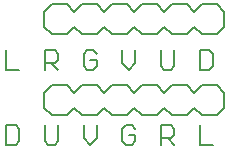
<source format=gbr>
G04 EAGLE Gerber RS-274X export*
G75*
%MOMM*%
%FSLAX34Y34*%
%LPD*%
%INSilkscreen Top*%
%IPPOS*%
%AMOC8*
5,1,8,0,0,1.08239X$1,22.5*%
G01*
%ADD10C,0.152400*%
%ADD11C,0.203200*%


D10*
X-1526Y271032D02*
X-1526Y254762D01*
X9321Y254762D01*
X31218Y254762D02*
X31218Y271032D01*
X39353Y271032D01*
X42064Y268320D01*
X42064Y262897D01*
X39353Y260185D01*
X31218Y260185D01*
X36641Y260185D02*
X42064Y254762D01*
X72096Y271032D02*
X74807Y268320D01*
X72096Y271032D02*
X66672Y271032D01*
X63961Y268320D01*
X63961Y257474D01*
X66672Y254762D01*
X72096Y254762D01*
X74807Y257474D01*
X74807Y262897D01*
X69384Y262897D01*
X96704Y260185D02*
X96704Y271032D01*
X96704Y260185D02*
X102127Y254762D01*
X107550Y260185D01*
X107550Y271032D01*
X129447Y271032D02*
X129447Y257474D01*
X132159Y254762D01*
X137582Y254762D01*
X140294Y257474D01*
X140294Y271032D01*
X162190Y271032D02*
X162190Y254762D01*
X170325Y254762D01*
X173037Y257474D01*
X173037Y268320D01*
X170325Y271032D01*
X162190Y271032D01*
X-1526Y207532D02*
X-1526Y191262D01*
X6609Y191262D01*
X9321Y193974D01*
X9321Y204820D01*
X6609Y207532D01*
X-1526Y207532D01*
X31218Y207532D02*
X31218Y193974D01*
X33929Y191262D01*
X39353Y191262D01*
X42064Y193974D01*
X42064Y207532D01*
X63961Y207532D02*
X63961Y196685D01*
X69384Y191262D01*
X74807Y196685D01*
X74807Y207532D01*
X104839Y207532D02*
X107550Y204820D01*
X104839Y207532D02*
X99416Y207532D01*
X96704Y204820D01*
X96704Y193974D01*
X99416Y191262D01*
X104839Y191262D01*
X107550Y193974D01*
X107550Y199397D01*
X102127Y199397D01*
X129447Y191262D02*
X129447Y207532D01*
X137582Y207532D01*
X140294Y204820D01*
X140294Y199397D01*
X137582Y196685D01*
X129447Y196685D01*
X134870Y196685D02*
X140294Y191262D01*
X162190Y191262D02*
X162190Y207532D01*
X162190Y191262D02*
X173037Y191262D01*
D11*
X55880Y290830D02*
X49530Y284480D01*
X36830Y284480D01*
X30480Y290830D01*
X30480Y303530D02*
X36830Y309880D01*
X49530Y309880D01*
X55880Y303530D01*
X87630Y284480D02*
X100330Y284480D01*
X87630Y284480D02*
X81280Y290830D01*
X81280Y303530D02*
X87630Y309880D01*
X81280Y290830D02*
X74930Y284480D01*
X62230Y284480D01*
X55880Y290830D01*
X55880Y303530D02*
X62230Y309880D01*
X74930Y309880D01*
X81280Y303530D01*
X125730Y284480D02*
X132080Y290830D01*
X125730Y284480D02*
X113030Y284480D01*
X106680Y290830D01*
X106680Y303530D02*
X113030Y309880D01*
X125730Y309880D01*
X132080Y303530D01*
X106680Y290830D02*
X100330Y284480D01*
X106680Y303530D02*
X100330Y309880D01*
X87630Y309880D01*
X163830Y284480D02*
X176530Y284480D01*
X163830Y284480D02*
X157480Y290830D01*
X157480Y303530D02*
X163830Y309880D01*
X157480Y290830D02*
X151130Y284480D01*
X138430Y284480D01*
X132080Y290830D01*
X132080Y303530D02*
X138430Y309880D01*
X151130Y309880D01*
X157480Y303530D01*
X182880Y303530D02*
X182880Y290830D01*
X176530Y284480D01*
X182880Y303530D02*
X176530Y309880D01*
X163830Y309880D01*
X30480Y303530D02*
X30480Y290830D01*
X157480Y234950D02*
X163830Y241300D01*
X176530Y241300D01*
X182880Y234950D01*
X182880Y222250D02*
X176530Y215900D01*
X163830Y215900D01*
X157480Y222250D01*
X125730Y241300D02*
X113030Y241300D01*
X125730Y241300D02*
X132080Y234950D01*
X132080Y222250D02*
X125730Y215900D01*
X132080Y234950D02*
X138430Y241300D01*
X151130Y241300D01*
X157480Y234950D01*
X157480Y222250D02*
X151130Y215900D01*
X138430Y215900D01*
X132080Y222250D01*
X87630Y241300D02*
X81280Y234950D01*
X87630Y241300D02*
X100330Y241300D01*
X106680Y234950D01*
X106680Y222250D02*
X100330Y215900D01*
X87630Y215900D01*
X81280Y222250D01*
X106680Y234950D02*
X113030Y241300D01*
X106680Y222250D02*
X113030Y215900D01*
X125730Y215900D01*
X49530Y241300D02*
X36830Y241300D01*
X49530Y241300D02*
X55880Y234950D01*
X55880Y222250D02*
X49530Y215900D01*
X55880Y234950D02*
X62230Y241300D01*
X74930Y241300D01*
X81280Y234950D01*
X81280Y222250D02*
X74930Y215900D01*
X62230Y215900D01*
X55880Y222250D01*
X30480Y222250D02*
X30480Y234950D01*
X36830Y241300D01*
X30480Y222250D02*
X36830Y215900D01*
X49530Y215900D01*
X182880Y222250D02*
X182880Y234950D01*
M02*

</source>
